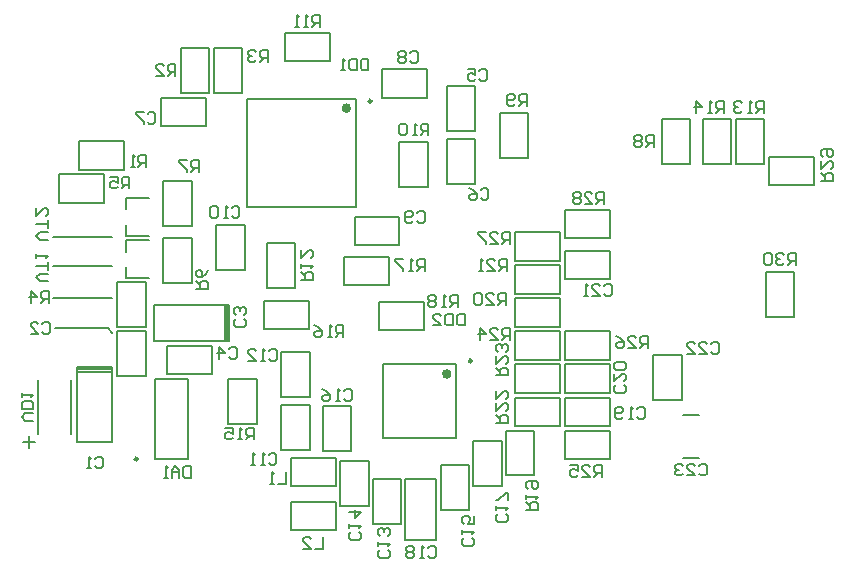
<source format=gbo>
G04*
G04 #@! TF.GenerationSoftware,Altium Limited,Altium Designer,21.8.1 (53)*
G04*
G04 Layer_Color=32896*
%FSLAX44Y44*%
%MOMM*%
G71*
G04*
G04 #@! TF.SameCoordinates,2E23119D-389B-4C9F-880A-4D3C85954969*
G04*
G04*
G04 #@! TF.FilePolarity,Positive*
G04*
G01*
G75*
%ADD10C,0.4000*%
%ADD11C,0.2000*%
%ADD12C,0.2500*%
D10*
X365000Y173000D02*
G03*
X365000Y173000I-2000J0D01*
G01*
X280000Y398000D02*
G03*
X280000Y398000I-2000J0D01*
G01*
D11*
X563000Y102000D02*
X577000D01*
X563000Y138000D02*
X577000D01*
X30000Y289000D02*
X80000D01*
X30000Y264000D02*
X80000D01*
X76000Y212000D02*
X80000Y208000D01*
X30000Y237000D02*
X80000D01*
X31000Y212000D02*
X76000D01*
X179000Y201000D02*
Y231000D01*
X115000Y201000D02*
X179000D01*
X115000Y231000D02*
X179000D01*
X115000Y201000D02*
Y231000D01*
X177000Y201000D02*
Y231000D01*
X175000Y201000D02*
Y231000D01*
X50000Y179000D02*
X80000D01*
Y115000D02*
Y179000D01*
X50000Y115000D02*
Y179000D01*
Y115000D02*
X80000D01*
X50000Y177000D02*
X80000D01*
X50000Y175000D02*
X80000D01*
X328000Y32000D02*
Y84000D01*
Y32000D02*
X354000D01*
Y84000D01*
X328000D02*
X354000D01*
X408000Y356000D02*
Y394000D01*
Y356000D02*
X432000D01*
Y394000D01*
X408000D02*
X432000D01*
X463500Y253000D02*
Y277000D01*
X501500D01*
Y253000D02*
Y277000D01*
X463500Y253000D02*
X501500D01*
X463500Y288000D02*
Y312000D01*
X501500D01*
Y288000D02*
Y312000D01*
X463500Y288000D02*
X501500D01*
X421000Y269000D02*
Y293000D01*
X459000D01*
Y269000D02*
Y293000D01*
X421000Y269000D02*
X459000D01*
Y241000D02*
Y265000D01*
X421000Y241000D02*
X459000D01*
X421000D02*
Y265000D01*
X459000D01*
Y213000D02*
Y237000D01*
X421000Y213000D02*
X459000D01*
X421000D02*
Y237000D01*
X459000D01*
X309000Y119000D02*
Y181000D01*
Y119000D02*
X371000D01*
X309000Y181000D02*
X371000D01*
Y119000D02*
Y181000D01*
X421000Y185000D02*
Y209000D01*
X459000D01*
Y185000D02*
Y209000D01*
X421000Y185000D02*
X459000D01*
X459000Y157000D02*
Y181000D01*
X421000Y157000D02*
X459000D01*
X421000D02*
Y181000D01*
X459000D01*
X501000Y185000D02*
Y209000D01*
X463000Y185000D02*
X501000D01*
X463000D02*
Y209000D01*
X501000D01*
Y157000D02*
Y181000D01*
X463000Y157000D02*
X501000D01*
X463000D02*
Y181000D01*
X501000D01*
Y129000D02*
Y153000D01*
X463000Y129000D02*
X501000D01*
X463000D02*
Y153000D01*
X501000D01*
X538000Y151000D02*
X562000D01*
X538000D02*
Y189000D01*
X562000D01*
Y151000D02*
Y189000D01*
X636000Y333000D02*
Y357000D01*
X674000D01*
Y333000D02*
Y357000D01*
X636000Y333000D02*
X674000D01*
X632000Y351000D02*
Y389000D01*
X608000D02*
X632000D01*
X608000Y351000D02*
Y389000D01*
Y351000D02*
X632000D01*
X604000D02*
Y389000D01*
X580000D02*
X604000D01*
X580000Y351000D02*
Y389000D01*
Y351000D02*
X604000D01*
X545000D02*
X569000D01*
X545000D02*
Y389000D01*
X569000D01*
Y351000D02*
Y389000D01*
X168000Y261000D02*
X192000D01*
X168000D02*
Y299000D01*
X192000D01*
Y261000D02*
Y299000D01*
X210500Y284000D02*
X234500D01*
Y246000D02*
Y284000D01*
X210500Y246000D02*
X234500D01*
X210500D02*
Y284000D01*
X208000Y211000D02*
Y235000D01*
X246000D01*
Y211000D02*
Y235000D01*
X208000Y211000D02*
X246000D01*
X344000Y210000D02*
Y234000D01*
X306000Y210000D02*
X344000D01*
X306000D02*
Y234000D01*
X344000D01*
X314000Y248000D02*
Y272000D01*
X276000Y248000D02*
X314000D01*
X276000D02*
Y272000D01*
X314000D01*
X285000Y306000D02*
X323000D01*
X285000Y282000D02*
Y306000D01*
Y282000D02*
X323000D01*
Y306000D01*
Y369000D02*
X347000D01*
Y331000D02*
Y369000D01*
X323000Y331000D02*
X347000D01*
X323000D02*
Y369000D01*
X363000Y371500D02*
X387000D01*
Y333500D02*
Y371500D01*
X363000Y333500D02*
X387000D01*
X363000D02*
Y371500D01*
Y378500D02*
X387000D01*
X363000D02*
Y416500D01*
X387000D01*
Y378500D02*
Y416500D01*
X346000Y407000D02*
Y431000D01*
X308000Y407000D02*
X346000D01*
X308000D02*
Y431000D01*
X346000D01*
X286000Y314000D02*
Y406000D01*
X194000Y314000D02*
X286000D01*
X194000Y406000D02*
X286000D01*
X194000Y314000D02*
Y406000D01*
X264000Y438000D02*
Y462000D01*
X226000Y438000D02*
X264000D01*
X226000D02*
Y462000D01*
X264000D01*
X166000Y411000D02*
X190000D01*
X166000D02*
Y449000D01*
X190000D01*
Y411000D02*
Y449000D01*
X138000Y411000D02*
X162000D01*
X138000D02*
Y449000D01*
X162000D01*
Y411000D02*
Y449000D01*
X121000Y383000D02*
Y407000D01*
X159000D01*
Y383000D02*
Y407000D01*
X121000Y383000D02*
X159000D01*
X52000Y346000D02*
Y370000D01*
X90000D01*
Y346000D02*
Y370000D01*
X52000Y346000D02*
X90000D01*
X123000Y336000D02*
X147000D01*
Y298000D02*
Y336000D01*
X123000Y298000D02*
X147000D01*
X123000D02*
Y336000D01*
Y288000D02*
X147000D01*
Y250000D02*
Y288000D01*
X123000Y250000D02*
X147000D01*
X123000D02*
Y288000D01*
X126000Y173000D02*
Y197000D01*
X164000D01*
Y173000D02*
Y197000D01*
X126000Y173000D02*
X164000D01*
X258000Y108000D02*
X282000D01*
X258000D02*
Y146000D01*
X282000D01*
Y108000D02*
Y146000D01*
X231000Y78000D02*
Y102000D01*
X269000D01*
X231000Y78000D02*
X269000D01*
Y102000D01*
X231000Y40500D02*
Y64500D01*
X269000D01*
X231000Y40500D02*
X269000D01*
Y64500D01*
X300500Y46000D02*
X324500D01*
X300500D02*
Y84000D01*
X324500D01*
Y46000D02*
Y84000D01*
X358000Y58000D02*
X382000D01*
X358000D02*
Y96000D01*
X382000D01*
Y58000D02*
Y96000D01*
X413000Y125000D02*
X437000D01*
Y87000D02*
Y125000D01*
X413000Y87000D02*
X437000D01*
X413000D02*
Y125000D01*
X385500Y78500D02*
X409500D01*
X385500D02*
Y116500D01*
X409500D01*
Y78500D02*
Y116500D01*
X273000Y61000D02*
X297000D01*
X273000D02*
Y99000D01*
X297000D01*
Y61000D02*
Y99000D01*
X223000Y146500D02*
X247000D01*
Y108500D02*
Y146500D01*
X223000Y108500D02*
X247000D01*
X223000D02*
Y146500D01*
X178000Y131000D02*
X202000D01*
X178000D02*
Y169000D01*
X202000D01*
Y131000D02*
Y169000D01*
X223000Y153500D02*
X247000D01*
X223000D02*
Y191500D01*
X247000D01*
Y153500D02*
Y191500D01*
X463000Y101000D02*
Y125000D01*
X501000D01*
Y101000D02*
Y125000D01*
X463000Y101000D02*
X501000D01*
X633000Y259000D02*
X657000D01*
Y221000D02*
Y259000D01*
X633000Y221000D02*
X657000D01*
X633000D02*
Y259000D01*
X91039Y322028D02*
X110539D01*
X91039Y289972D02*
X110539D01*
X91039D02*
Y299472D01*
Y312528D02*
Y322028D01*
Y286028D02*
X110539D01*
X91039Y253972D02*
X110539D01*
X91039D02*
Y263472D01*
Y276528D02*
Y286028D01*
X84000Y213000D02*
X108000D01*
X84000D02*
Y251000D01*
X108000D01*
Y213000D02*
Y251000D01*
X116000Y169000D02*
X144000D01*
X116000Y101000D02*
Y169000D01*
X144000Y101000D02*
Y169000D01*
X116000Y101000D02*
X144000D01*
X84000Y209000D02*
X108000D01*
Y171000D02*
Y209000D01*
X84000Y171000D02*
X108000D01*
X84000D02*
Y209000D01*
X17000Y122000D02*
Y168000D01*
X4660Y115040D02*
X14820D01*
X9740Y109960D02*
Y120120D01*
X45000Y122000D02*
Y168000D01*
X421000Y153000D02*
X459000D01*
X421000Y129000D02*
Y153000D01*
Y129000D02*
X459000D01*
Y153000D01*
X35000Y318000D02*
X73000D01*
Y342000D01*
X35000D02*
X73000D01*
X35000Y318000D02*
Y342000D01*
X576665Y95332D02*
X578331Y96998D01*
X581663D01*
X583329Y95332D01*
Y88668D01*
X581663Y87002D01*
X578331D01*
X576665Y88668D01*
X566668Y87002D02*
X573332D01*
X566668Y93666D01*
Y95332D01*
X568334Y96998D01*
X571666D01*
X573332Y95332D01*
X563335D02*
X561669Y96998D01*
X558337D01*
X556671Y95332D01*
Y93666D01*
X558337Y92000D01*
X560003D01*
X558337D01*
X556671Y90334D01*
Y88668D01*
X558337Y87002D01*
X561669D01*
X563335Y88668D01*
X191332Y219334D02*
X192998Y217668D01*
Y214335D01*
X191332Y212669D01*
X184668D01*
X183002Y214335D01*
Y217668D01*
X184668Y219334D01*
X191332Y222666D02*
X192998Y224332D01*
Y227665D01*
X191332Y229331D01*
X189666D01*
X188000Y227665D01*
Y225998D01*
Y227665D01*
X186334Y229331D01*
X184668D01*
X183002Y227665D01*
Y224332D01*
X184668Y222666D01*
X65000Y101332D02*
X66666Y102998D01*
X69998D01*
X71665Y101332D01*
Y94668D01*
X69998Y93002D01*
X66666D01*
X65000Y94668D01*
X61668Y93002D02*
X58335D01*
X60002D01*
Y102998D01*
X61668Y101332D01*
X430831Y400002D02*
Y409998D01*
X425832D01*
X424166Y408332D01*
Y405000D01*
X425832Y403334D01*
X430831D01*
X427498D02*
X424166Y400002D01*
X420834Y401668D02*
X419168Y400002D01*
X415835D01*
X414169Y401668D01*
Y408332D01*
X415835Y409998D01*
X419168D01*
X420834Y408332D01*
Y406666D01*
X419168Y405000D01*
X414169D01*
X597496Y394002D02*
Y403998D01*
X592498D01*
X590831Y402332D01*
Y399000D01*
X592498Y397334D01*
X597496D01*
X594164D02*
X590831Y394002D01*
X587499D02*
X584167D01*
X585833D01*
Y403998D01*
X587499Y402332D01*
X574170Y394002D02*
Y403998D01*
X579169Y399000D01*
X572504D01*
X631496Y394002D02*
Y403998D01*
X626498D01*
X624832Y402332D01*
Y399000D01*
X626498Y397334D01*
X631496D01*
X628164D02*
X624832Y394002D01*
X621499D02*
X618167D01*
X619833D01*
Y403998D01*
X621499Y402332D01*
X613168D02*
X611502Y403998D01*
X608170D01*
X606504Y402332D01*
Y400666D01*
X608170Y399000D01*
X609836D01*
X608170D01*
X606504Y397334D01*
Y395668D01*
X608170Y394002D01*
X611502D01*
X613168Y395668D01*
X538331Y365002D02*
Y374998D01*
X533332D01*
X531666Y373332D01*
Y370000D01*
X533332Y368334D01*
X538331D01*
X534998D02*
X531666Y365002D01*
X528334Y373332D02*
X526668Y374998D01*
X523335D01*
X521669Y373332D01*
Y371666D01*
X523335Y370000D01*
X521669Y368334D01*
Y366668D01*
X523335Y365002D01*
X526668D01*
X528334Y366668D01*
Y368334D01*
X526668Y370000D01*
X528334Y371666D01*
Y373332D01*
X526668Y370000D02*
X523335D01*
X108665Y348002D02*
Y357998D01*
X103666D01*
X102000Y356332D01*
Y353000D01*
X103666Y351334D01*
X108665D01*
X105332D02*
X102000Y348002D01*
X98668D02*
X95336D01*
X97002D01*
Y357998D01*
X98668Y356332D01*
X405002Y171671D02*
X414998D01*
Y176669D01*
X413332Y178335D01*
X410000D01*
X408334Y176669D01*
Y171671D01*
Y175003D02*
X405002Y178335D01*
Y188332D02*
Y181668D01*
X411666Y188332D01*
X413332D01*
X414998Y186666D01*
Y183334D01*
X413332Y181668D01*
Y191665D02*
X414998Y193331D01*
Y196663D01*
X413332Y198329D01*
X411666D01*
X410000Y196663D01*
Y194997D01*
Y196663D01*
X408334Y198329D01*
X406668D01*
X405002Y196663D01*
Y193331D01*
X406668Y191665D01*
X24998Y286671D02*
X18334D01*
X15002Y290003D01*
X18334Y293335D01*
X24998D01*
Y296668D02*
Y303332D01*
Y300000D01*
X15002D01*
Y313329D02*
Y306665D01*
X21666Y313329D01*
X23332D01*
X24998Y311663D01*
Y308331D01*
X23332Y306665D01*
X24998Y251337D02*
X18334D01*
X15002Y254669D01*
X18334Y258002D01*
X24998D01*
Y261334D02*
Y267998D01*
Y264666D01*
X15002D01*
Y271331D02*
Y274663D01*
Y272997D01*
X24998D01*
X23332Y271331D01*
X12998Y133337D02*
X6334D01*
X3002Y136669D01*
X6334Y140002D01*
X12998D01*
Y143334D02*
X3002D01*
Y148332D01*
X4668Y149998D01*
X11332D01*
X12998Y148332D01*
Y143334D01*
X3002Y153331D02*
Y156663D01*
Y154997D01*
X12998D01*
X11332Y153331D01*
X658329Y265002D02*
Y274998D01*
X653331D01*
X651665Y273332D01*
Y270000D01*
X653331Y268334D01*
X658329D01*
X654997D02*
X651665Y265002D01*
X648332Y273332D02*
X646666Y274998D01*
X643334D01*
X641668Y273332D01*
Y271666D01*
X643334Y270000D01*
X645000D01*
X643334D01*
X641668Y268334D01*
Y266668D01*
X643334Y265002D01*
X646666D01*
X648332Y266668D01*
X638335Y273332D02*
X636669Y274998D01*
X633337D01*
X631671Y273332D01*
Y266668D01*
X633337Y265002D01*
X636669D01*
X638335Y266668D01*
Y273332D01*
X680002Y336671D02*
X689998D01*
Y341669D01*
X688332Y343335D01*
X685000D01*
X683334Y341669D01*
Y336671D01*
Y340003D02*
X680002Y343335D01*
Y353332D02*
Y346668D01*
X686666Y353332D01*
X688332D01*
X689998Y351666D01*
Y348334D01*
X688332Y346668D01*
X681668Y356665D02*
X680002Y358331D01*
Y361663D01*
X681668Y363329D01*
X688332D01*
X689998Y361663D01*
Y358331D01*
X688332Y356665D01*
X686666D01*
X685000Y358331D01*
Y363329D01*
X496329Y317002D02*
Y326998D01*
X491331D01*
X489664Y325332D01*
Y322000D01*
X491331Y320334D01*
X496329D01*
X492997D02*
X489664Y317002D01*
X479668D02*
X486332D01*
X479668Y323666D01*
Y325332D01*
X481334Y326998D01*
X484666D01*
X486332Y325332D01*
X476335D02*
X474669Y326998D01*
X471337D01*
X469671Y325332D01*
Y323666D01*
X471337Y322000D01*
X469671Y320334D01*
Y318668D01*
X471337Y317002D01*
X474669D01*
X476335Y318668D01*
Y320334D01*
X474669Y322000D01*
X476335Y323666D01*
Y325332D01*
X474669Y322000D02*
X471337D01*
X416329Y283002D02*
Y292998D01*
X411331D01*
X409664Y291332D01*
Y288000D01*
X411331Y286334D01*
X416329D01*
X412997D02*
X409664Y283002D01*
X399668D02*
X406332D01*
X399668Y289666D01*
Y291332D01*
X401334Y292998D01*
X404666D01*
X406332Y291332D01*
X396335Y292998D02*
X389671D01*
Y291332D01*
X396335Y284668D01*
Y283002D01*
X533329Y195002D02*
Y204998D01*
X528331D01*
X526665Y203332D01*
Y200000D01*
X528331Y198334D01*
X533329D01*
X529997D02*
X526665Y195002D01*
X516668D02*
X523332D01*
X516668Y201666D01*
Y203332D01*
X518334Y204998D01*
X521666D01*
X523332Y203332D01*
X506671Y204998D02*
X510003Y203332D01*
X513335Y200000D01*
Y196668D01*
X511669Y195002D01*
X508337D01*
X506671Y196668D01*
Y198334D01*
X508337Y200000D01*
X513335D01*
X494329Y86002D02*
Y95998D01*
X489331D01*
X487664Y94332D01*
Y91000D01*
X489331Y89334D01*
X494329D01*
X490997D02*
X487664Y86002D01*
X477668D02*
X484332D01*
X477668Y92666D01*
Y94332D01*
X479334Y95998D01*
X482666D01*
X484332Y94332D01*
X467671Y95998D02*
X474336D01*
Y91000D01*
X471003Y92666D01*
X469337D01*
X467671Y91000D01*
Y87668D01*
X469337Y86002D01*
X472669D01*
X474336Y87668D01*
X416329Y202002D02*
Y211998D01*
X411331D01*
X409664Y210332D01*
Y207000D01*
X411331Y205334D01*
X416329D01*
X412997D02*
X409664Y202002D01*
X399668D02*
X406332D01*
X399668Y208666D01*
Y210332D01*
X401334Y211998D01*
X404666D01*
X406332Y210332D01*
X391337Y202002D02*
Y211998D01*
X396335Y207000D01*
X389671D01*
X405002Y131671D02*
X414998D01*
Y136669D01*
X413332Y138335D01*
X410000D01*
X408334Y136669D01*
Y131671D01*
Y135003D02*
X405002Y138335D01*
Y148332D02*
Y141668D01*
X411666Y148332D01*
X413332D01*
X414998Y146666D01*
Y143334D01*
X413332Y141668D01*
X405002Y158329D02*
Y151664D01*
X411666Y158329D01*
X413332D01*
X414998Y156663D01*
Y153331D01*
X413332Y151664D01*
X413663Y260002D02*
Y269998D01*
X408665D01*
X406998Y268332D01*
Y265000D01*
X408665Y263334D01*
X413663D01*
X410331D02*
X406998Y260002D01*
X397002D02*
X403666D01*
X397002Y266666D01*
Y268332D01*
X398668Y269998D01*
X402000D01*
X403666Y268332D01*
X393669Y260002D02*
X390337D01*
X392003D01*
Y269998D01*
X393669Y268332D01*
X413037Y231388D02*
Y241385D01*
X408039D01*
X406372Y239718D01*
Y236386D01*
X408039Y234720D01*
X413037D01*
X409705D02*
X406372Y231388D01*
X396376D02*
X403040D01*
X396376Y238052D01*
Y239718D01*
X398042Y241385D01*
X401374D01*
X403040Y239718D01*
X393043D02*
X391377Y241385D01*
X388045D01*
X386379Y239718D01*
Y233054D01*
X388045Y231388D01*
X391377D01*
X393043Y233054D01*
Y239718D01*
X430002Y57504D02*
X439998D01*
Y62502D01*
X438332Y64169D01*
X435000D01*
X433334Y62502D01*
Y57504D01*
Y60836D02*
X430002Y64169D01*
Y67501D02*
Y70833D01*
Y69167D01*
X439998D01*
X438332Y67501D01*
X431668Y75831D02*
X430002Y77498D01*
Y80830D01*
X431668Y82496D01*
X438332D01*
X439998Y80830D01*
Y77498D01*
X438332Y75831D01*
X436666D01*
X435000Y77498D01*
Y82496D01*
X372496Y230002D02*
Y239998D01*
X367498D01*
X365831Y238332D01*
Y235000D01*
X367498Y233334D01*
X372496D01*
X369164D02*
X365831Y230002D01*
X362499D02*
X359167D01*
X360833D01*
Y239998D01*
X362499Y238332D01*
X354169D02*
X352502Y239998D01*
X349170D01*
X347504Y238332D01*
Y236666D01*
X349170Y235000D01*
X347504Y233334D01*
Y231668D01*
X349170Y230002D01*
X352502D01*
X354169Y231668D01*
Y233334D01*
X352502Y235000D01*
X354169Y236666D01*
Y238332D01*
X352502Y235000D02*
X349170D01*
X344496Y260002D02*
Y269998D01*
X339498D01*
X337831Y268332D01*
Y265000D01*
X339498Y263334D01*
X344496D01*
X341164D02*
X337831Y260002D01*
X334499D02*
X331167D01*
X332833D01*
Y269998D01*
X334499Y268332D01*
X326169Y269998D02*
X319504D01*
Y268332D01*
X326169Y261668D01*
Y260002D01*
X275496Y204002D02*
Y213998D01*
X270498D01*
X268832Y212332D01*
Y209000D01*
X270498Y207334D01*
X275496D01*
X272164D02*
X268832Y204002D01*
X265499D02*
X262167D01*
X263833D01*
Y213998D01*
X265499Y212332D01*
X250504Y213998D02*
X253836Y212332D01*
X257169Y209000D01*
Y205668D01*
X255502Y204002D01*
X252170D01*
X250504Y205668D01*
Y207334D01*
X252170Y209000D01*
X257169D01*
X199996Y117502D02*
Y127498D01*
X194998D01*
X193332Y125832D01*
Y122500D01*
X194998Y120834D01*
X199996D01*
X196664D02*
X193332Y117502D01*
X189999D02*
X186667D01*
X188333D01*
Y127498D01*
X189999Y125832D01*
X175004Y127498D02*
X181668D01*
Y122500D01*
X178336Y124166D01*
X176670D01*
X175004Y122500D01*
Y119168D01*
X176670Y117502D01*
X180002D01*
X181668Y119168D01*
X240002Y252504D02*
X249998D01*
Y257502D01*
X248332Y259168D01*
X245000D01*
X243334Y257502D01*
Y252504D01*
Y255836D02*
X240002Y259168D01*
Y262501D02*
Y265833D01*
Y264167D01*
X249998D01*
X248332Y262501D01*
X240002Y277496D02*
Y270831D01*
X246666Y277496D01*
X248332D01*
X249998Y275830D01*
Y272498D01*
X248332Y270831D01*
X255830Y467002D02*
Y476998D01*
X250831D01*
X249165Y475332D01*
Y472000D01*
X250831Y470334D01*
X255830D01*
X252498D02*
X249165Y467002D01*
X245833D02*
X242501D01*
X244167D01*
Y476998D01*
X245833Y475332D01*
X237502Y467002D02*
X234170D01*
X235836D01*
Y476998D01*
X237502Y475332D01*
X347496Y375002D02*
Y384998D01*
X342498D01*
X340831Y383332D01*
Y380000D01*
X342498Y378334D01*
X347496D01*
X344164D02*
X340831Y375002D01*
X337499D02*
X334167D01*
X335833D01*
Y384998D01*
X337499Y383332D01*
X329169D02*
X327502Y384998D01*
X324170D01*
X322504Y383332D01*
Y376668D01*
X324170Y375002D01*
X327502D01*
X329169Y376668D01*
Y383332D01*
X153331Y344002D02*
Y353998D01*
X148332D01*
X146666Y352332D01*
Y349000D01*
X148332Y347334D01*
X153331D01*
X149998D02*
X146666Y344002D01*
X143334Y353998D02*
X136669D01*
Y352332D01*
X143334Y345668D01*
Y344002D01*
X151002Y244669D02*
X160998D01*
Y249668D01*
X159332Y251334D01*
X156000D01*
X154334Y249668D01*
Y244669D01*
Y248002D02*
X151002Y251334D01*
X160998Y261331D02*
X159332Y257998D01*
X156000Y254666D01*
X152668D01*
X151002Y256332D01*
Y259664D01*
X152668Y261331D01*
X154334D01*
X156000Y259664D01*
Y254666D01*
X94331Y330002D02*
Y339998D01*
X89332D01*
X87666Y338332D01*
Y335000D01*
X89332Y333334D01*
X94331D01*
X90998D02*
X87666Y330002D01*
X77669Y339998D02*
X84334D01*
Y335000D01*
X81002Y336666D01*
X79335D01*
X77669Y335000D01*
Y331668D01*
X79335Y330002D01*
X82668D01*
X84334Y331668D01*
X26331Y233002D02*
Y242998D01*
X21332D01*
X19666Y241332D01*
Y238000D01*
X21332Y236334D01*
X26331D01*
X22998D02*
X19666Y233002D01*
X11336D02*
Y242998D01*
X16334Y238000D01*
X9669D01*
X211331Y437002D02*
Y446998D01*
X206332D01*
X204666Y445332D01*
Y442000D01*
X206332Y440334D01*
X211331D01*
X207998D02*
X204666Y437002D01*
X201334Y445332D02*
X199668Y446998D01*
X196336D01*
X194669Y445332D01*
Y443666D01*
X196336Y442000D01*
X198002D01*
X196336D01*
X194669Y440334D01*
Y438668D01*
X196336Y437002D01*
X199668D01*
X201334Y438668D01*
X133331Y425002D02*
Y434998D01*
X128332D01*
X126666Y433332D01*
Y430000D01*
X128332Y428334D01*
X133331D01*
X129998D02*
X126666Y425002D01*
X116669D02*
X123334D01*
X116669Y431666D01*
Y433332D01*
X118336Y434998D01*
X121668D01*
X123334Y433332D01*
X258331Y34998D02*
Y25002D01*
X251666D01*
X241669D02*
X248334D01*
X241669Y31666D01*
Y33332D01*
X243335Y34998D01*
X246668D01*
X248334Y33332D01*
X226665Y89998D02*
Y80002D01*
X220000D01*
X216668D02*
X213335D01*
X215002D01*
Y89998D01*
X216668Y88332D01*
X378329Y223998D02*
Y214002D01*
X373331D01*
X371665Y215668D01*
Y222332D01*
X373331Y223998D01*
X378329D01*
X368332D02*
Y214002D01*
X363334D01*
X361668Y215668D01*
Y222332D01*
X363334Y223998D01*
X368332D01*
X351671Y214002D02*
X358335D01*
X351671Y220666D01*
Y222332D01*
X353337Y223998D01*
X356669D01*
X358335Y222332D01*
X296663Y439998D02*
Y430002D01*
X291665D01*
X289998Y431668D01*
Y438332D01*
X291665Y439998D01*
X296663D01*
X286666D02*
Y430002D01*
X281668D01*
X280002Y431668D01*
Y438332D01*
X281668Y439998D01*
X286666D01*
X276669Y430002D02*
X273337D01*
X275003D01*
Y439998D01*
X276669Y438332D01*
X146663Y94998D02*
Y85002D01*
X141664D01*
X139998Y86668D01*
Y93332D01*
X141664Y94998D01*
X146663D01*
X136666Y85002D02*
Y91666D01*
X133334Y94998D01*
X130002Y91666D01*
Y85002D01*
Y90000D01*
X136666D01*
X126669Y85002D02*
X123337D01*
X125003D01*
Y94998D01*
X126669Y93332D01*
X586665Y198332D02*
X588331Y199998D01*
X591663D01*
X593329Y198332D01*
Y191668D01*
X591663Y190002D01*
X588331D01*
X586665Y191668D01*
X576668Y190002D02*
X583332D01*
X576668Y196666D01*
Y198332D01*
X578334Y199998D01*
X581666D01*
X583332Y198332D01*
X566671Y190002D02*
X573335D01*
X566671Y196666D01*
Y198332D01*
X568337Y199998D01*
X571669D01*
X573335Y198332D01*
X495998Y247332D02*
X497664Y248998D01*
X500997D01*
X502663Y247332D01*
Y240668D01*
X500997Y239002D01*
X497664D01*
X495998Y240668D01*
X486002Y239002D02*
X492666D01*
X486002Y245666D01*
Y247332D01*
X487668Y248998D01*
X491000D01*
X492666Y247332D01*
X482669Y239002D02*
X479337D01*
X481003D01*
Y248998D01*
X482669Y247332D01*
X513332Y163335D02*
X514998Y161669D01*
Y158337D01*
X513332Y156671D01*
X506668D01*
X505002Y158337D01*
Y161669D01*
X506668Y163335D01*
X505002Y173332D02*
Y166668D01*
X511666Y173332D01*
X513332D01*
X514998Y171666D01*
Y168334D01*
X513332Y166668D01*
Y176665D02*
X514998Y178331D01*
Y181663D01*
X513332Y183329D01*
X506668D01*
X505002Y181663D01*
Y178331D01*
X506668Y176665D01*
X513332D01*
X523831Y143332D02*
X525498Y144998D01*
X528830D01*
X530496Y143332D01*
Y136668D01*
X528830Y135002D01*
X525498D01*
X523831Y136668D01*
X520499Y135002D02*
X517167D01*
X518833D01*
Y144998D01*
X520499Y143332D01*
X512169Y136668D02*
X510502Y135002D01*
X507170D01*
X505504Y136668D01*
Y143332D01*
X507170Y144998D01*
X510502D01*
X512169Y143332D01*
Y141666D01*
X510502Y140000D01*
X505504D01*
X346832Y25332D02*
X348498Y26998D01*
X351830D01*
X353496Y25332D01*
Y18668D01*
X351830Y17002D01*
X348498D01*
X346832Y18668D01*
X343499Y17002D02*
X340167D01*
X341833D01*
Y26998D01*
X343499Y25332D01*
X335168D02*
X333502Y26998D01*
X330170D01*
X328504Y25332D01*
Y23666D01*
X330170Y22000D01*
X328504Y20334D01*
Y18668D01*
X330170Y17002D01*
X333502D01*
X335168Y18668D01*
Y20334D01*
X333502Y22000D01*
X335168Y23666D01*
Y25332D01*
X333502Y22000D02*
X330170D01*
X413332Y54169D02*
X414998Y52502D01*
Y49170D01*
X413332Y47504D01*
X406668D01*
X405002Y49170D01*
Y52502D01*
X406668Y54169D01*
X405002Y57501D02*
Y60833D01*
Y59167D01*
X414998D01*
X413332Y57501D01*
X414998Y65831D02*
Y72496D01*
X413332D01*
X406668Y65831D01*
X405002D01*
X384332Y34169D02*
X385998Y32502D01*
Y29170D01*
X384332Y27504D01*
X377668D01*
X376002Y29170D01*
Y32502D01*
X377668Y34169D01*
X376002Y37501D02*
Y40833D01*
Y39167D01*
X385998D01*
X384332Y37501D01*
X385998Y52496D02*
Y45831D01*
X381000D01*
X382666Y49164D01*
Y50830D01*
X381000Y52496D01*
X377668D01*
X376002Y50830D01*
Y47498D01*
X377668Y45831D01*
X275832Y158332D02*
X277498Y159998D01*
X280830D01*
X282496Y158332D01*
Y151668D01*
X280830Y150002D01*
X277498D01*
X275832Y151668D01*
X272499Y150002D02*
X269167D01*
X270833D01*
Y159998D01*
X272499Y158332D01*
X257504Y159998D02*
X260836Y158332D01*
X264168Y155000D01*
Y151668D01*
X262502Y150002D01*
X259170D01*
X257504Y151668D01*
Y153334D01*
X259170Y155000D01*
X264168D01*
X288332Y39169D02*
X289998Y37502D01*
Y34170D01*
X288332Y32504D01*
X281668D01*
X280002Y34170D01*
Y37502D01*
X281668Y39169D01*
X280002Y42501D02*
Y45833D01*
Y44167D01*
X289998D01*
X288332Y42501D01*
X280002Y55830D02*
X289998D01*
X285000Y50831D01*
Y57496D01*
X313332Y24169D02*
X314998Y22502D01*
Y19170D01*
X313332Y17504D01*
X306668D01*
X305002Y19170D01*
Y22502D01*
X306668Y24169D01*
X305002Y27501D02*
Y30833D01*
Y29167D01*
X314998D01*
X313332Y27501D01*
Y35831D02*
X314998Y37498D01*
Y40830D01*
X313332Y42496D01*
X311666D01*
X310000Y40830D01*
Y39164D01*
Y40830D01*
X308334Y42496D01*
X306668D01*
X305002Y40830D01*
Y37498D01*
X306668Y35831D01*
X212831Y192332D02*
X214498Y193998D01*
X217830D01*
X219496Y192332D01*
Y185668D01*
X217830Y184002D01*
X214498D01*
X212831Y185668D01*
X209499Y184002D02*
X206167D01*
X207833D01*
Y193998D01*
X209499Y192332D01*
X194504Y184002D02*
X201168D01*
X194504Y190666D01*
Y192332D01*
X196170Y193998D01*
X199502D01*
X201168Y192332D01*
X212165Y104332D02*
X213831Y105998D01*
X217164D01*
X218830Y104332D01*
Y97668D01*
X217164Y96002D01*
X213831D01*
X212165Y97668D01*
X208833Y96002D02*
X205501D01*
X207167D01*
Y105998D01*
X208833Y104332D01*
X200502Y96002D02*
X197170D01*
X198836D01*
Y105998D01*
X200502Y104332D01*
X180832Y313332D02*
X182498Y314998D01*
X185830D01*
X187496Y313332D01*
Y306668D01*
X185830Y305002D01*
X182498D01*
X180832Y306668D01*
X177499Y305002D02*
X174167D01*
X175833D01*
Y314998D01*
X177499Y313332D01*
X169168D02*
X167502Y314998D01*
X164170D01*
X162504Y313332D01*
Y306668D01*
X164170Y305002D01*
X167502D01*
X169168Y306668D01*
Y313332D01*
X337666Y309332D02*
X339332Y310998D01*
X342664D01*
X344331Y309332D01*
Y302668D01*
X342664Y301002D01*
X339332D01*
X337666Y302668D01*
X334334D02*
X332668Y301002D01*
X329336D01*
X327669Y302668D01*
Y309332D01*
X329336Y310998D01*
X332668D01*
X334334Y309332D01*
Y307666D01*
X332668Y306000D01*
X327669D01*
X331666Y444332D02*
X333332Y445998D01*
X336665D01*
X338331Y444332D01*
Y437668D01*
X336665Y436002D01*
X333332D01*
X331666Y437668D01*
X328334Y444332D02*
X326668Y445998D01*
X323335D01*
X321669Y444332D01*
Y442666D01*
X323335Y441000D01*
X321669Y439334D01*
Y437668D01*
X323335Y436002D01*
X326668D01*
X328334Y437668D01*
Y439334D01*
X326668Y441000D01*
X328334Y442666D01*
Y444332D01*
X326668Y441000D02*
X323335D01*
X391666Y328332D02*
X393332Y329998D01*
X396665D01*
X398331Y328332D01*
Y321668D01*
X396665Y320002D01*
X393332D01*
X391666Y321668D01*
X381669Y329998D02*
X385002Y328332D01*
X388334Y325000D01*
Y321668D01*
X386668Y320002D01*
X383335D01*
X381669Y321668D01*
Y323334D01*
X383335Y325000D01*
X388334D01*
X390666Y429332D02*
X392332Y430998D01*
X395664D01*
X397331Y429332D01*
Y422668D01*
X395664Y421002D01*
X392332D01*
X390666Y422668D01*
X380669Y430998D02*
X387334D01*
Y426000D01*
X384002Y427666D01*
X382336D01*
X380669Y426000D01*
Y422668D01*
X382336Y421002D01*
X385668D01*
X387334Y422668D01*
X109666Y393332D02*
X111332Y394998D01*
X114664D01*
X116331Y393332D01*
Y386668D01*
X114664Y385002D01*
X111332D01*
X109666Y386668D01*
X106334Y394998D02*
X99669D01*
Y393332D01*
X106334Y386668D01*
Y385002D01*
X178666Y194332D02*
X180332Y195998D01*
X183664D01*
X185331Y194332D01*
Y187668D01*
X183664Y186002D01*
X180332D01*
X178666Y187668D01*
X170336Y186002D02*
Y195998D01*
X175334Y191000D01*
X168669D01*
X20666Y215332D02*
X22332Y216998D01*
X25665D01*
X27331Y215332D01*
Y208668D01*
X25665Y207002D01*
X22332D01*
X20666Y208668D01*
X10669Y207002D02*
X17334D01*
X10669Y213666D01*
Y215332D01*
X12335Y216998D01*
X15668D01*
X17334Y215332D01*
D12*
X384250Y184000D02*
G03*
X384250Y184000I-1250J0D01*
G01*
X299250Y404000D02*
G03*
X299250Y404000I-1250J0D01*
G01*
X101250Y101000D02*
G03*
X101250Y101000I-1250J0D01*
G01*
M02*

</source>
